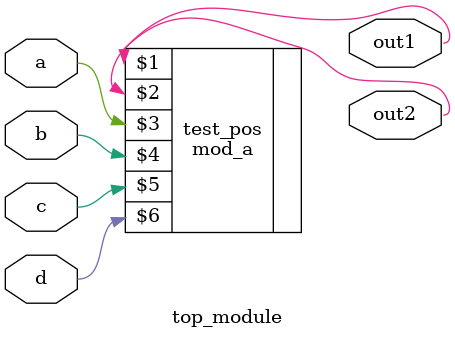
<source format=v>
module top_module ( 
    input a, 
    input b, 
    input c,
    input d,
    output out1,
    output out2
);
   // mod_a test_name (.out(out1),
     //           .out(out2),
             //   .in(a),
       //         .in(b),
         //       .in(c),
           //     .in(d))
    mod_a test_pos(out1,out2,a,b,c,d);

endmodule

</source>
